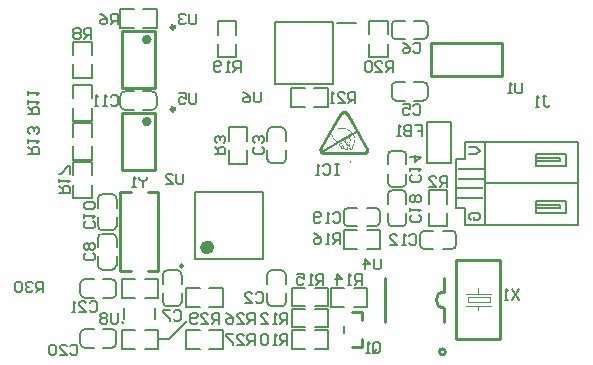
<source format=gbo>
G04*
G04 #@! TF.GenerationSoftware,Altium Limited,Altium Designer,19.0.4 (130)*
G04*
G04 Layer_Color=32896*
%FSLAX25Y25*%
%MOIN*%
G70*
G01*
G75*
%ADD10C,0.00787*%
%ADD11C,0.01000*%
%ADD13C,0.00394*%
%ADD14C,0.00591*%
%ADD39C,0.01181*%
%ADD41C,0.01575*%
%ADD90C,0.00591*%
%ADD91C,0.02362*%
%ADD92C,0.00984*%
%ADD93C,0.00700*%
%ADD94R,0.08900X0.01000*%
G36*
X122977Y83314D02*
X123130Y83292D01*
X123261Y83248D01*
X123349Y83205D01*
X123436Y83161D01*
X123480Y83139D01*
X123502Y83117D01*
X123590Y83073D01*
X123633Y83052D01*
X123830Y82876D01*
X124005Y82680D01*
X124093Y82548D01*
X124136Y82505D01*
Y82483D01*
X130719Y71067D01*
X130741D01*
Y71045D01*
Y71023D01*
X130785Y70935D01*
X130828Y70870D01*
X130850Y70826D01*
Y70804D01*
X130872Y70739D01*
X130894Y70651D01*
X130916Y70586D01*
Y70564D01*
X130938Y70323D01*
Y70104D01*
X130916Y69908D01*
X130872Y69733D01*
X130807Y69580D01*
X130763Y69470D01*
X130741Y69405D01*
X130719Y69383D01*
X130632Y69230D01*
X130610Y69186D01*
X130588Y69164D01*
X130479Y69055D01*
X130435Y69011D01*
X130413Y68989D01*
X130216Y68836D01*
X130019Y68727D01*
X129823Y68639D01*
X129626Y68595D01*
X129473Y68552D01*
X129341Y68530D01*
X116023D01*
X115913Y68552D01*
X115826D01*
X115804Y68574D01*
X115716D01*
X115629Y68595D01*
X115563Y68617D01*
X115541D01*
X115323Y68705D01*
X115126Y68814D01*
X114973Y68945D01*
X114842Y69077D01*
X114732Y69186D01*
X114667Y69295D01*
X114623Y69361D01*
X114601Y69383D01*
X114579D01*
X114535Y69492D01*
X114492Y69558D01*
X114470Y69601D01*
Y69623D01*
X114448Y69711D01*
X114426Y69798D01*
X114404Y69842D01*
Y69864D01*
X114382Y70104D01*
Y70323D01*
X114404Y70542D01*
X114448Y70717D01*
X114514Y70870D01*
X114557Y71001D01*
X114579Y71067D01*
X114601Y71089D01*
X121206Y82527D01*
X121293Y82658D01*
X121315Y82702D01*
X121337Y82723D01*
X121446Y82833D01*
X121490Y82876D01*
X121512Y82898D01*
X121709Y83052D01*
X121884Y83161D01*
X122081Y83248D01*
X122256Y83292D01*
X122409Y83336D01*
X122540Y83358D01*
X122824D01*
X122977Y83314D01*
D02*
G37*
%LPC*%
G36*
X122693Y82242D02*
X122649D01*
Y82220D01*
X122518D01*
X122409Y82177D01*
X122212Y82111D01*
X122081Y82024D01*
X122059Y82002D01*
X122037Y81980D01*
X121993Y81936D01*
X121949Y81914D01*
Y81892D01*
X121906Y81805D01*
X121884Y81783D01*
X121862D01*
X119719Y78065D01*
X120462Y77759D01*
X120703Y77693D01*
X120900Y77650D01*
X120987Y77628D01*
X121381D01*
X121578Y77650D01*
X121971D01*
X122081Y77671D01*
X122343D01*
X122562Y77650D01*
X122758Y77628D01*
X122912Y77606D01*
X123043Y77584D01*
X123152Y77540D01*
X123218Y77518D01*
X123240D01*
X123415Y77453D01*
X123590Y77365D01*
X123918Y77169D01*
X124071Y77081D01*
X124180Y77015D01*
X124246Y76972D01*
X124267Y76950D01*
X124333Y76906D01*
X124443Y76840D01*
X124530Y76775D01*
X124552Y76753D01*
X124574D01*
X124639Y76709D01*
X124661Y76687D01*
X124683D01*
X124749Y76644D01*
X124771Y76622D01*
X124924Y76534D01*
X125033Y76447D01*
X125120Y76403D01*
X125142Y76381D01*
X125274Y76272D01*
X125383Y76184D01*
X125427Y76119D01*
X125449Y76097D01*
X126411Y76644D01*
X123458Y81761D01*
X123371Y81892D01*
X123283Y81980D01*
X123218Y82046D01*
X123196Y82067D01*
X123174D01*
X123152Y82089D01*
X123130Y82111D01*
X122955Y82199D01*
X122802Y82220D01*
X122693Y82242D01*
D02*
G37*
G36*
X119609Y77846D02*
X118341Y75659D01*
X118450Y75572D01*
X118494Y75550D01*
X118516Y75528D01*
X118625Y75397D01*
X118713Y75288D01*
X118778Y75200D01*
X118800Y75156D01*
X118866Y75003D01*
X118909Y74872D01*
X118953Y74741D01*
X118975Y74719D01*
Y74697D01*
X119062Y74500D01*
X119128Y74369D01*
X119150Y74304D01*
X119172Y74282D01*
X119259Y74172D01*
X119281Y74150D01*
X119303Y74129D01*
X119412Y73997D01*
X119434Y73975D01*
X119456Y73954D01*
X119675Y73757D01*
X119872Y73582D01*
X120047Y73451D01*
X120200Y73363D01*
X120331Y73298D01*
X120418Y73254D01*
X120484Y73232D01*
X120506D01*
X125230Y75966D01*
X125142Y76053D01*
X125077Y76119D01*
X125011Y76162D01*
X124989Y76184D01*
X124858Y76272D01*
X124749Y76359D01*
X124661Y76403D01*
X124639Y76425D01*
X124552Y76490D01*
X124486Y76512D01*
X124443Y76534D01*
X124289Y76644D01*
X124202Y76709D01*
X124136Y76731D01*
X124115Y76753D01*
X123918Y76884D01*
X123743Y77015D01*
X123568Y77103D01*
X123436Y77169D01*
X123305Y77234D01*
X123218Y77278D01*
X123174Y77300D01*
X123152D01*
X122824Y77365D01*
X122496Y77409D01*
X121818D01*
X121534Y77387D01*
X121315Y77365D01*
X121074D01*
X120812Y77409D01*
X120593Y77453D01*
X120506Y77496D01*
X120440Y77518D01*
X120397Y77540D01*
X120375D01*
X119609Y77846D01*
D02*
G37*
G36*
X122999Y73822D02*
X122409Y73494D01*
X122540Y73385D01*
X122671Y73276D01*
X122780Y73210D01*
X122802Y73166D01*
X122824D01*
X122868Y73232D01*
X122912Y73319D01*
X122933Y73385D01*
X122955Y73407D01*
X122977Y73451D01*
Y73472D01*
X123021Y73604D01*
Y73647D01*
Y73669D01*
Y73713D01*
X122999Y73757D01*
Y73800D01*
Y73822D01*
D02*
G37*
G36*
X123633Y74194D02*
X123218Y73954D01*
X123240Y73844D01*
X123261Y73735D01*
Y73669D01*
Y73647D01*
X123240Y73538D01*
X123218Y73451D01*
X123196Y73385D01*
Y73363D01*
X123174Y73319D01*
X123108Y73188D01*
X123043Y73079D01*
X123021Y73035D01*
X122999Y73013D01*
X123152Y72882D01*
X123283Y72751D01*
X123371Y72663D01*
X123415Y72619D01*
X123436Y72598D01*
X123458Y72576D01*
X123480Y72554D01*
Y72532D01*
X123568Y72663D01*
X123611Y72773D01*
X123655Y72838D01*
Y72860D01*
X123677Y72904D01*
X123699Y72948D01*
X123721Y73013D01*
Y73035D01*
X123743Y73144D01*
X123765Y73254D01*
Y73341D01*
Y73385D01*
Y73407D01*
Y73451D01*
Y73582D01*
Y73713D01*
Y73757D01*
Y73779D01*
Y73866D01*
X123743Y73954D01*
Y73997D01*
Y74019D01*
X123677Y74150D01*
X123633Y74172D01*
Y74194D01*
D02*
G37*
G36*
X124224Y74522D02*
X123852Y74325D01*
X123940Y74172D01*
X123983Y74107D01*
Y74085D01*
X124005Y73975D01*
Y73888D01*
Y73800D01*
Y73779D01*
Y73625D01*
Y73582D01*
Y73560D01*
Y73451D01*
Y73407D01*
Y73385D01*
Y73210D01*
X123983Y73079D01*
X123961Y73013D01*
Y72991D01*
Y72969D01*
X123940Y72904D01*
Y72882D01*
Y72860D01*
X123918D01*
X123896Y72816D01*
X123874Y72773D01*
Y72751D01*
X123808Y72598D01*
X123721Y72466D01*
X123677Y72379D01*
X123655Y72335D01*
X123765Y72160D01*
X123830Y72029D01*
X123874Y71942D01*
X123896Y71898D01*
X123983Y71942D01*
X124005Y71985D01*
X124027D01*
X124115Y72029D01*
X124158Y72073D01*
X124180Y72095D01*
X124224Y72138D01*
X124246Y72160D01*
X124267D01*
X124311Y72204D01*
X124355Y72226D01*
X124377Y72248D01*
X124399D01*
X124421Y72270D01*
Y72313D01*
Y72488D01*
X124399Y72641D01*
X124377Y72729D01*
Y72773D01*
Y72838D01*
Y72904D01*
X124421Y73101D01*
X124443Y73188D01*
X124464Y73254D01*
X124486Y73298D01*
Y73319D01*
X124530Y73451D01*
X124552Y73560D01*
X124574Y73691D01*
Y73779D01*
Y73800D01*
X124552Y73888D01*
X124486Y73997D01*
X124443Y74085D01*
X124421Y74107D01*
X124311Y74282D01*
X124246Y74413D01*
X124224Y74500D01*
Y74522D01*
D02*
G37*
G36*
X121512Y72357D02*
X121490D01*
X121446Y72313D01*
X121337Y72226D01*
X121271Y72138D01*
X121228Y72117D01*
Y72095D01*
Y72073D01*
X121206D01*
Y72051D01*
X121162Y72007D01*
Y71963D01*
Y71942D01*
Y71920D01*
Y71876D01*
X121184Y71810D01*
X121206Y71745D01*
Y71723D01*
Y71701D01*
X121271Y71657D01*
X121359Y71635D01*
X121468D01*
X121643Y71657D01*
X121774Y71679D01*
X121862Y71701D01*
X121906D01*
X122015Y71767D01*
X122037Y71788D01*
X122059D01*
Y71810D01*
X122037Y71832D01*
Y71854D01*
X121949Y71985D01*
X121862Y72095D01*
X121796Y72160D01*
X121774Y72182D01*
X121709Y72226D01*
X121621Y72291D01*
X121534Y72335D01*
X121512Y72357D01*
D02*
G37*
G36*
X125689Y75397D02*
X124443Y74675D01*
X124464Y74544D01*
X124530Y74391D01*
X124596Y74282D01*
X124618Y74260D01*
Y74238D01*
X124727Y74085D01*
X124792Y73954D01*
X124836Y73866D01*
Y73844D01*
Y73779D01*
X124814Y73669D01*
X124771Y73472D01*
X124749Y73385D01*
X124727Y73298D01*
X124705Y73254D01*
Y73232D01*
X124661Y73123D01*
X124639Y73035D01*
X124618Y72904D01*
Y72860D01*
Y72838D01*
X124661Y72641D01*
Y72488D01*
Y72357D01*
Y72335D01*
Y72313D01*
Y72248D01*
Y72226D01*
X124639Y72182D01*
Y72160D01*
X124618Y72095D01*
Y72051D01*
X124596Y72029D01*
X124574Y71942D01*
Y71898D01*
X124552Y71876D01*
X124486Y71657D01*
X124443Y71482D01*
X124399Y71329D01*
Y71220D01*
X124377Y71154D01*
Y71110D01*
Y71067D01*
X124421Y70914D01*
X124486Y70804D01*
X124552Y70717D01*
X124574Y70695D01*
X124618Y70673D01*
X124639Y70651D01*
Y70673D01*
Y70717D01*
Y70739D01*
Y70761D01*
Y70848D01*
Y70892D01*
X124705Y71045D01*
X124727Y71089D01*
X124749Y71110D01*
X124792Y71154D01*
X124814Y71198D01*
X124902Y71307D01*
X124967Y71395D01*
X125055Y71438D01*
X125142Y71482D01*
X125274Y71526D01*
X125405D01*
X125427Y71504D01*
X125470D01*
X125514Y71592D01*
X125536Y71679D01*
X125558Y71767D01*
X125580Y71788D01*
X125645Y71942D01*
X125711Y72073D01*
X125733Y72160D01*
X125755Y72204D01*
X125798Y72379D01*
X125820Y72532D01*
X125842Y72685D01*
Y72707D01*
Y72729D01*
X125886Y73013D01*
X125930Y73210D01*
X125952Y73319D01*
Y73363D01*
Y73385D01*
X125973Y73451D01*
X125995Y73516D01*
X126017Y73582D01*
Y73604D01*
X126061Y73779D01*
X126105Y73932D01*
Y74041D01*
X126127Y74150D01*
Y74216D01*
X126105Y74260D01*
Y74304D01*
X126061Y74413D01*
X126017Y74566D01*
X125952Y74697D01*
X125930Y74719D01*
Y74741D01*
X125798Y75003D01*
X125733Y75222D01*
X125689Y75353D01*
Y75375D01*
Y75397D01*
D02*
G37*
G36*
X122168Y73363D02*
X121271Y72838D01*
X121381Y72751D01*
X121490Y72663D01*
X121599Y72576D01*
X121621Y72554D01*
X121643D01*
X121774Y72466D01*
X121862Y72401D01*
X121906Y72357D01*
X121927D01*
X122059Y72226D01*
X122168Y72095D01*
X122234Y72007D01*
X122256Y71985D01*
Y71963D01*
X122299Y71876D01*
X122321Y71788D01*
X122343Y71767D01*
Y71745D01*
X122365Y71679D01*
X122387Y71657D01*
Y71635D01*
X122518Y71679D01*
X122583D01*
X122671Y71701D01*
X122693Y71723D01*
X122999D01*
X123130Y71701D01*
X123174D01*
X123218Y71679D01*
X123240D01*
X123261Y71657D01*
X123327D01*
X123349Y71635D01*
X123371D01*
X123502Y71570D01*
X123611Y71504D01*
X123677Y71460D01*
X123699Y71438D01*
X123721Y71417D01*
X123743Y71373D01*
X123762Y71354D01*
X123765Y71329D01*
Y71351D01*
X123762Y71354D01*
X123743Y71526D01*
X123677Y71723D01*
X123590Y71920D01*
X123480Y72095D01*
X123393Y72248D01*
X123305Y72357D01*
X123240Y72444D01*
X123218Y72466D01*
X123043Y72663D01*
X122868Y72816D01*
X122737Y72926D01*
X122715Y72969D01*
X122693D01*
X122474Y73123D01*
X122321Y73254D01*
X122212Y73341D01*
X122168Y73363D01*
D02*
G37*
G36*
X122146Y71548D02*
X122102Y71526D01*
X122037Y71504D01*
X121993Y71482D01*
X121971D01*
X121949Y71460D01*
X121906D01*
X121884Y71438D01*
X121862D01*
X121796Y71329D01*
Y71242D01*
Y71176D01*
Y71154D01*
Y71110D01*
X121818Y71089D01*
Y71045D01*
X121840Y71023D01*
X121862D01*
X121927Y70979D01*
X121993Y70957D01*
X122081D01*
X122190Y70979D01*
X122277Y71001D01*
X122321Y71023D01*
X122343Y71045D01*
X122256Y71198D01*
X122212Y71329D01*
X122168Y71417D01*
Y71438D01*
X122146Y71526D01*
Y71548D01*
D02*
G37*
G36*
X122780Y71614D02*
X122715D01*
X122583Y71570D01*
X122474Y71548D01*
X122431Y71526D01*
X122409Y71504D01*
X122452Y71373D01*
X122518Y71242D01*
X122605Y71132D01*
X122627Y71110D01*
Y71089D01*
X122758Y70914D01*
X122846Y70826D01*
X122912Y70761D01*
X122933Y70739D01*
X122999Y70695D01*
X123043Y70673D01*
X123087Y70651D01*
X123174Y70608D01*
X123436D01*
X123524Y70629D01*
X123568Y70651D01*
X123611Y70673D01*
X123677Y70761D01*
X123721Y70870D01*
X123765Y70957D01*
Y71001D01*
X123743Y71110D01*
X123721Y71132D01*
X123677Y71242D01*
X123633Y71307D01*
X123611Y71351D01*
X123524Y71417D01*
X123436Y71482D01*
X123371Y71504D01*
X123349Y71526D01*
X123305D01*
X123283Y71548D01*
X123196D01*
X123108Y71570D01*
X122999Y71592D01*
X122912D01*
X122780Y71614D01*
D02*
G37*
G36*
X125339Y71417D02*
X125230D01*
X125164Y71373D01*
X125033Y71285D01*
X124945Y71198D01*
X124924Y71176D01*
Y71154D01*
X124902Y71110D01*
X124880Y71089D01*
X124858Y71067D01*
Y71045D01*
X124792Y70914D01*
X124771Y70870D01*
Y70848D01*
X124749Y70826D01*
Y70804D01*
Y70782D01*
Y70761D01*
Y70695D01*
X124771Y70673D01*
Y70651D01*
Y70608D01*
Y70586D01*
X124792Y70564D01*
X124880D01*
X124989Y70608D01*
X125077Y70651D01*
X125120Y70695D01*
X125142Y70717D01*
X125186Y70782D01*
X125230Y70870D01*
X125317Y71067D01*
X125339Y71154D01*
X125383Y71242D01*
X125405Y71285D01*
Y71307D01*
X125427Y71395D01*
X125405D01*
X125339Y71417D01*
D02*
G37*
G36*
X126783Y76009D02*
X125930Y75528D01*
X125973Y75309D01*
X126039Y75069D01*
X126083Y74981D01*
X126127Y74894D01*
X126148Y74850D01*
Y74828D01*
X126236Y74632D01*
X126301Y74478D01*
X126345Y74391D01*
Y74369D01*
X126367Y74260D01*
Y74129D01*
X126323Y73866D01*
X126301Y73735D01*
X126280Y73625D01*
X126258Y73560D01*
Y73538D01*
X126236Y73451D01*
X126214Y73363D01*
X126192Y73341D01*
Y73319D01*
Y73298D01*
X126148Y73123D01*
X126127Y72926D01*
X126105Y72838D01*
X126083Y72773D01*
Y72729D01*
Y72707D01*
X126061Y72554D01*
X126039Y72423D01*
Y72335D01*
X126017Y72248D01*
X125973Y72138D01*
Y72117D01*
X125930Y71985D01*
X125886Y71854D01*
X125842Y71723D01*
X125820Y71701D01*
Y71679D01*
X125777Y71570D01*
X125733Y71504D01*
X125689Y71395D01*
X125667Y71351D01*
Y71329D01*
Y71307D01*
X125645Y71285D01*
Y71264D01*
Y71242D01*
X125580Y71067D01*
X125514Y70914D01*
X125470Y70804D01*
X125405Y70717D01*
X125383Y70651D01*
X125339Y70608D01*
X125317Y70564D01*
X125186Y70433D01*
X125033Y70367D01*
X124945Y70323D01*
X124814D01*
X124727Y70345D01*
X124661Y70367D01*
X124639D01*
X124486Y70454D01*
X124443Y70476D01*
X124421Y70498D01*
X124333Y70586D01*
X124267Y70673D01*
X124180Y70848D01*
X124136Y71001D01*
Y71023D01*
Y71045D01*
Y71132D01*
X124158Y71264D01*
X124202Y71526D01*
X124224Y71657D01*
X124267Y71767D01*
X124289Y71832D01*
Y71854D01*
X124202Y71810D01*
X124180Y71788D01*
X124158Y71767D01*
X124049Y71701D01*
X124005Y71657D01*
X123983Y71635D01*
X124005Y71504D01*
X124027Y71395D01*
Y71307D01*
Y71285D01*
Y71264D01*
Y71242D01*
Y71220D01*
X124005Y71045D01*
X123983Y70914D01*
X123940Y70782D01*
X123896Y70673D01*
X123852Y70608D01*
X123808Y70542D01*
X123765Y70520D01*
Y70498D01*
X123677Y70433D01*
X123568Y70389D01*
X123480Y70367D01*
X123196D01*
X123043Y70411D01*
X122999Y70433D01*
X122977D01*
X122890Y70476D01*
X122824Y70498D01*
X122802Y70542D01*
X122780D01*
X122671Y70629D01*
X122583Y70739D01*
X122518Y70826D01*
X122496Y70848D01*
X122365Y70761D01*
X122234Y70717D01*
X122146Y70695D01*
X122102D01*
X121927Y70717D01*
X121796Y70761D01*
X121709Y70826D01*
X121687Y70848D01*
X121665Y70870D01*
X121643Y70892D01*
X121599Y70935D01*
X121578Y70979D01*
X121556Y71045D01*
Y71067D01*
Y71089D01*
X121534Y71198D01*
Y71307D01*
X121556Y71373D01*
Y71395D01*
X121446D01*
X121249Y71417D01*
X121118Y71482D01*
X121031Y71526D01*
X121009Y71548D01*
X120987Y71614D01*
X120965Y71635D01*
X120943Y71745D01*
X120921Y71832D01*
X120900Y71898D01*
Y71920D01*
X120921Y72029D01*
X120943Y72138D01*
X120987Y72204D01*
X121009Y72226D01*
X121031Y72248D01*
X121140Y72357D01*
X121228Y72444D01*
X121271Y72466D01*
X121293Y72488D01*
X121206Y72576D01*
X121118Y72641D01*
X121074Y72685D01*
X121053Y72707D01*
X115869Y69711D01*
X116023Y69623D01*
X116088Y69580D01*
X116176D01*
X116219Y69558D01*
X116373D01*
Y69536D01*
X128926D01*
X129057Y69558D01*
X129188Y69580D01*
X129385Y69667D01*
X129516Y69733D01*
X129538Y69776D01*
X129560D01*
X129626Y69864D01*
X129648Y69886D01*
X129691Y69951D01*
X129713Y69995D01*
X129735D01*
X129823Y70214D01*
X129844Y70411D01*
Y70498D01*
X129823Y70564D01*
Y70608D01*
Y70629D01*
X129801Y70739D01*
X129779Y70761D01*
X129757Y70848D01*
X129735Y70870D01*
Y70892D01*
Y70914D01*
X126783Y76009D01*
D02*
G37*
G36*
X118231Y75463D02*
X118210D01*
X115607Y70935D01*
Y70914D01*
X115541Y70782D01*
X115498Y70673D01*
X115476Y70586D01*
Y70542D01*
Y70476D01*
Y70454D01*
Y70367D01*
Y70323D01*
X120222Y73079D01*
X120069Y73166D01*
X119894Y73276D01*
X119587Y73494D01*
X119478Y73604D01*
X119369Y73691D01*
X119303Y73757D01*
X119281Y73779D01*
X119172Y73910D01*
X119128Y73954D01*
X119106Y73975D01*
X119019Y74085D01*
X118975Y74129D01*
Y74150D01*
X118887Y74282D01*
X118822Y74435D01*
X118778Y74566D01*
X118756Y74588D01*
Y74610D01*
X118691Y74806D01*
X118625Y74938D01*
X118603Y75003D01*
X118581Y75025D01*
X118494Y75178D01*
X118406Y75266D01*
X118363Y75331D01*
X118341Y75353D01*
X118253Y75419D01*
X118231Y75463D01*
D02*
G37*
%LPD*%
D10*
X158405Y37181D02*
G03*
X159980Y38756I-0J1575D01*
G01*
X159980Y41827D02*
G03*
X158405Y43402I-1575J0D01*
G01*
X149469Y43402D02*
G03*
X147894Y41827I0J-1575D01*
G01*
Y38756D02*
G03*
X149469Y37181I1575J0D01*
G01*
X143394Y55335D02*
G03*
X141819Y56910I-1575J-0D01*
G01*
X138748Y56910D02*
G03*
X137173Y55335I0J-1575D01*
G01*
X137173Y46398D02*
G03*
X138748Y44823I1575J0D01*
G01*
X141819D02*
G03*
X143394Y46398I0J1575D01*
G01*
X124035Y51032D02*
G03*
X122461Y49457I0J-1575D01*
G01*
X122461Y46386D02*
G03*
X124035Y44811I1575J0D01*
G01*
X132973Y44811D02*
G03*
X134547Y46386I-0J1575D01*
G01*
Y49457D02*
G03*
X132973Y51032I-1575J0D01*
G01*
X60122Y88276D02*
G03*
X58547Y89850I-1575J0D01*
G01*
Y83630D02*
G03*
X60122Y85205I-0J1575D01*
G01*
X48035Y85205D02*
G03*
X49610Y83630I1575J0D01*
G01*
X49610Y89850D02*
G03*
X48035Y88276I0J-1575D01*
G01*
X143394Y68453D02*
G03*
X141819Y70028I-1575J-0D01*
G01*
X138748Y70028D02*
G03*
X137173Y68453I0J-1575D01*
G01*
X137173Y59516D02*
G03*
X138748Y57941I1575J0D01*
G01*
X141819D02*
G03*
X143394Y59516I0J1575D01*
G01*
X124752Y66398D02*
G03*
X124752Y66398I-106J0D01*
G01*
X40528Y31941D02*
G03*
X42102Y30366I1575J0D01*
G01*
X45173Y30366D02*
G03*
X46748Y31941I0J1575D01*
G01*
X46748Y40878D02*
G03*
X45173Y42453I-1575J-0D01*
G01*
X42102D02*
G03*
X40528Y40878I0J-1575D01*
G01*
X98590Y30224D02*
G03*
X97016Y28650I0J-1575D01*
G01*
X103236D02*
G03*
X101661Y30224I-1575J-0D01*
G01*
X101661Y18138D02*
G03*
X103236Y19713I0J1575D01*
G01*
X97016Y19713D02*
G03*
X98590Y18138I1575J0D01*
G01*
X34650Y22559D02*
G03*
X36224Y20984I1575J0D01*
G01*
Y27205D02*
G03*
X34650Y25630I0J-1575D01*
G01*
X46736Y25630D02*
G03*
X45161Y27205I-1575J0D01*
G01*
X45161Y20984D02*
G03*
X46736Y22559I-0J1575D01*
G01*
X34650Y5961D02*
G03*
X36224Y4386I1575J0D01*
G01*
Y10606D02*
G03*
X34650Y9031I0J-1575D01*
G01*
X46736Y9031D02*
G03*
X45161Y10606I-1575J0D01*
G01*
X45161Y4386D02*
G03*
X46736Y5961I-0J1575D01*
G01*
X103236Y76303D02*
G03*
X101661Y77878I-1575J-0D01*
G01*
X98590Y77878D02*
G03*
X97016Y76303I0J-1575D01*
G01*
X97016Y67366D02*
G03*
X98590Y65791I1575J0D01*
G01*
X101661D02*
G03*
X103236Y67366I0J1575D01*
G01*
X138437Y88315D02*
G03*
X140012Y86740I1575J0D01*
G01*
Y92961D02*
G03*
X138437Y91386I0J-1575D01*
G01*
X150524Y91386D02*
G03*
X148949Y92961I-1575J0D01*
G01*
X148949Y86740D02*
G03*
X150524Y88315I-0J1575D01*
G01*
X138437Y108764D02*
G03*
X140012Y107189I1575J0D01*
G01*
Y113409D02*
G03*
X138437Y111835I0J-1575D01*
G01*
X150524Y111835D02*
G03*
X148949Y113409I-1575J0D01*
G01*
X148949Y107189D02*
G03*
X150524Y108764I-0J1575D01*
G01*
X62213Y19713D02*
G03*
X63787Y18138I1575J0D01*
G01*
X66858Y18138D02*
G03*
X68433Y19713I0J1575D01*
G01*
X68433Y28650D02*
G03*
X66858Y30224I-1575J-0D01*
G01*
X63787D02*
G03*
X62213Y28650I0J-1575D01*
G01*
X45173Y43484D02*
G03*
X46748Y45059I0J1575D01*
G01*
X40528D02*
G03*
X42102Y43484I1575J0D01*
G01*
X42102Y55571D02*
G03*
X40528Y53996I0J-1575D01*
G01*
X46748Y53996D02*
G03*
X45173Y55571I-1575J-0D01*
G01*
X60658Y7228D02*
X64252D01*
X60658D02*
X61039D01*
X60658D02*
X60882D01*
X64252D02*
X70292Y13268D01*
X77606Y24260D02*
X82075D01*
X69988Y18039D02*
Y24260D01*
X82075Y18039D02*
Y24260D01*
X69988D02*
X74457D01*
X77606Y18039D02*
X82075D01*
X69988D02*
X74457D01*
X69988Y4118D02*
X74457D01*
X82075D02*
Y10339D01*
X69988Y4118D02*
Y10339D01*
X77606Y4118D02*
X82075D01*
X69988Y10339D02*
X74457D01*
X77606D02*
X82075D01*
X149469Y37181D02*
X152362D01*
X159980Y38756D02*
Y41827D01*
X147894Y38756D02*
Y41827D01*
X155512Y37181D02*
X158405D01*
X155512Y43402D02*
X158405D01*
X149469Y43402D02*
X152362D01*
X112811Y24394D02*
X117280D01*
X105193D02*
X109661D01*
X112811Y18173D02*
X117280D01*
X105193D02*
Y24394D01*
X117280Y18173D02*
Y24394D01*
X105193Y18173D02*
X109661D01*
X118177Y18039D02*
X122646D01*
X125795D02*
X130264D01*
X118177Y24260D02*
X122646D01*
X130264Y18039D02*
Y24260D01*
X118177Y18039D02*
Y24260D01*
X125795D02*
X130264D01*
X122417Y9260D02*
Y11622D01*
X105193Y4118D02*
X109661D01*
X112811D02*
X117280D01*
X105193Y10339D02*
X109661D01*
X117280Y4118D02*
Y10339D01*
X105193Y4118D02*
Y10339D01*
X112811D02*
X117280D01*
X112811Y17366D02*
X117280D01*
X105193D02*
X109661D01*
X112811Y11146D02*
X117280D01*
X105193D02*
Y17366D01*
X117280Y11146D02*
Y17366D01*
X105193Y11146D02*
X109661D01*
X130079Y43591D02*
X134547D01*
X122461Y37370D02*
Y43591D01*
X134547Y37370D02*
Y43591D01*
X122461D02*
X126929D01*
X130079Y37370D02*
X134547D01*
X122461D02*
X126929D01*
X120161Y112654D02*
X126657D01*
X118783Y92201D02*
Y112791D01*
X99689Y92201D02*
X118783D01*
X99689D02*
Y112791D01*
X118783D01*
X150827Y52441D02*
Y56910D01*
Y44823D02*
Y49291D01*
X157047Y52441D02*
Y56910D01*
X150827Y44823D02*
X157047D01*
X150827Y56910D02*
X157047D01*
Y44823D02*
Y49291D01*
X143394Y46398D02*
Y49291D01*
X138748Y56910D02*
X141819D01*
X138748Y44823D02*
X141819D01*
X143394Y52441D02*
Y55335D01*
X137173Y52441D02*
Y55335D01*
X137173Y46398D02*
Y49291D01*
X130079Y51032D02*
X132973D01*
X122461Y46386D02*
Y49457D01*
X134547Y46386D02*
Y49457D01*
X124035Y51032D02*
X126929D01*
X124035Y44811D02*
X126929D01*
X130079Y44811D02*
X132973D01*
X150130Y65835D02*
Y79772D01*
Y65835D02*
X158280D01*
X150130Y79772D02*
X158280D01*
Y65835D02*
Y79772D01*
X48035Y110937D02*
X52504D01*
X55654D02*
X60122D01*
X48035Y117157D02*
X52504D01*
X60122Y110937D02*
Y117157D01*
X48035Y110937D02*
Y117157D01*
X55654D02*
X60122D01*
X38449Y79894D02*
Y84362D01*
X32228Y91980D02*
X38449D01*
X32228Y79894D02*
X38449D01*
Y87512D02*
Y91980D01*
X32228Y79894D02*
Y84362D01*
Y87512D02*
Y91980D01*
X55654Y83630D02*
X58547D01*
X49610Y83630D02*
X52504D01*
X49610Y89850D02*
X52504D01*
X60122Y85205D02*
Y88276D01*
X48035Y85205D02*
Y88276D01*
X55654Y89850D02*
X58547D01*
X32228Y74661D02*
Y79130D01*
Y67043D02*
Y71512D01*
X38449Y74661D02*
Y79130D01*
X32228Y67043D02*
X38449D01*
X32228Y79130D02*
X38449D01*
Y67043D02*
Y71512D01*
X32228Y101969D02*
Y106437D01*
Y94350D02*
Y98819D01*
X38449Y101969D02*
Y106437D01*
X32228Y94350D02*
X38449D01*
X32228Y106437D02*
X38449D01*
Y94350D02*
Y98819D01*
X143394Y59516D02*
Y62410D01*
X138748Y70028D02*
X141819D01*
X138748Y57941D02*
X141819D01*
X143394Y65559D02*
Y68453D01*
X137173Y65559D02*
Y68453D01*
X137173Y59516D02*
Y62410D01*
X40528Y37984D02*
Y40878D01*
X42102Y30366D02*
X45173D01*
X42102Y42453D02*
X45173D01*
X40528Y31941D02*
Y34835D01*
X46748Y31941D02*
Y34835D01*
X46748Y37984D02*
Y40878D01*
X90386Y65705D02*
Y70173D01*
Y73323D02*
Y77791D01*
X84165Y65705D02*
Y70173D01*
Y77791D02*
X90386D01*
X84165Y65705D02*
X90386D01*
X84165Y73323D02*
Y77791D01*
X103236Y25756D02*
Y28650D01*
X103236Y19713D02*
Y22606D01*
X97016Y19713D02*
Y22606D01*
X98590Y30224D02*
X101661D01*
X98590Y18138D02*
X101661D01*
X97016Y25756D02*
Y28650D01*
X56189Y27205D02*
X60657D01*
X48571D02*
X53039D01*
X56189Y20984D02*
X60657D01*
X48571D02*
Y27205D01*
X60657Y20984D02*
Y27205D01*
X48571Y20984D02*
X53039D01*
X36224Y27205D02*
X39118D01*
X42268Y27205D02*
X45161D01*
X42268Y20984D02*
X45161D01*
X34650Y22559D02*
Y25630D01*
X46736Y22559D02*
Y25630D01*
X36224Y20984D02*
X39118D01*
X36224Y10606D02*
X39118D01*
X42268Y10606D02*
X45161D01*
X42268Y4386D02*
X45161D01*
X34650Y5961D02*
Y9031D01*
X46736Y5961D02*
Y9031D01*
X36224Y4386D02*
X39118D01*
X56189Y10339D02*
X60658D01*
X48571D02*
X53039D01*
X56189Y4118D02*
X60658D01*
X48571D02*
Y10339D01*
X60658Y4118D02*
Y10339D01*
X48571Y4118D02*
X53039D01*
X169444Y59165D02*
X200344D01*
X169430Y45442D02*
Y72804D01*
X103236Y67366D02*
Y70260D01*
X98590Y77878D02*
X101661D01*
X98590Y65791D02*
X101661D01*
X103236Y73409D02*
Y76303D01*
X97016Y73409D02*
Y76303D01*
X97016Y67366D02*
Y70260D01*
X140012Y92961D02*
X142905D01*
X146055Y92961D02*
X148949D01*
X146055Y86740D02*
X148949D01*
X138437Y88315D02*
Y91386D01*
X150524Y88315D02*
Y91386D01*
X140012Y86740D02*
X142905D01*
X140012Y113409D02*
X142905D01*
X146055Y113409D02*
X148949D01*
X146055Y107189D02*
X148949D01*
X138437Y108764D02*
Y111835D01*
X150524Y108764D02*
Y111835D01*
X140012Y107189D02*
X142905D01*
X62213Y25756D02*
Y28650D01*
X63787Y18138D02*
X66858D01*
X63787Y30224D02*
X66858D01*
X62213Y19713D02*
Y22606D01*
X68433Y19713D02*
Y22606D01*
X68433Y25756D02*
Y28650D01*
X40528Y45059D02*
Y47953D01*
X40528Y51102D02*
Y53996D01*
X46748Y51102D02*
Y53996D01*
X42102Y43484D02*
X45173D01*
X42102Y55571D02*
X45173D01*
X46748Y45059D02*
Y47953D01*
X73022Y56330D02*
X95463D01*
X73022Y33889D02*
X95463D01*
Y56330D01*
X73022Y33889D02*
Y56330D01*
X32228Y61811D02*
Y66280D01*
Y54193D02*
Y58661D01*
X38449Y61811D02*
Y66280D01*
X32228Y54193D02*
X38449D01*
X32228Y66280D02*
X38449D01*
Y54193D02*
Y58661D01*
X80417Y108748D02*
Y113216D01*
Y101130D02*
X86638D01*
X80417Y113216D02*
X86638D01*
X80417Y101130D02*
Y105598D01*
X86638Y108748D02*
Y113216D01*
Y101130D02*
Y105598D01*
X130955Y108929D02*
Y113398D01*
Y101311D02*
Y105780D01*
X137176Y108929D02*
Y113398D01*
X130955Y101311D02*
X137176D01*
X130955Y113398D02*
X137176D01*
Y101311D02*
Y105780D01*
X112677Y90921D02*
X117146D01*
X105059Y84701D02*
Y90921D01*
X117146Y84701D02*
Y90921D01*
X105059D02*
X109528D01*
X112677Y84701D02*
X117146D01*
X105059D02*
X109528D01*
D11*
X156003Y22981D02*
G03*
X156003Y17581I0J-2700D01*
G01*
X156361Y3024D02*
G03*
X156361Y3024I-1000J0D01*
G01*
X136307Y12846D02*
Y27558D01*
X155992Y12879D02*
X156003Y17581D01*
X155992Y27604D02*
X156003Y22981D01*
X128520Y4693D02*
Y7291D01*
X125311Y4693D02*
X128520D01*
X125311Y16189D02*
X128520D01*
Y13590D02*
Y16189D01*
Y13590D02*
Y16189D01*
Y13590D02*
Y16189D01*
X170027Y7367D02*
X174555D01*
Y33547D01*
X170027D02*
X174555D01*
X159988D02*
X164515D01*
X159988Y7367D02*
Y33547D01*
Y7367D02*
X164515D01*
X164515Y7366D02*
X170027D01*
X164515Y33547D02*
X170027D01*
X48567Y90945D02*
X59591D01*
X48567Y109843D02*
X59591D01*
X48567Y90945D02*
Y109843D01*
X59591Y90945D02*
Y109843D01*
X151496Y94882D02*
X175118D01*
Y105905D01*
X151496D02*
X175118D01*
X151496Y94882D02*
Y105905D01*
X60646Y30012D02*
X60646Y56193D01*
X57102Y30012D02*
X60646D01*
X57102Y56193D02*
X60646D01*
X48047Y30012D02*
X51591D01*
X48047Y56193D02*
X51591D01*
X48047Y30012D02*
X48047Y56193D01*
X48567Y63638D02*
X59591D01*
X48567Y82535D02*
X59591D01*
X48567Y63638D02*
Y82535D01*
X59591Y63638D02*
Y82535D01*
D13*
X167308Y16845D02*
Y18026D01*
X163371Y18420D02*
X171639D01*
X163765Y21176D02*
X171245D01*
Y19601D02*
Y21176D01*
X163765Y19601D02*
X171245D01*
X163765D02*
Y21176D01*
X163371Y22357D02*
X171639D01*
X167271Y22757D02*
Y24157D01*
D14*
X164202Y71165D02*
X166563D01*
X167744Y69985D01*
X166563Y68804D01*
X164202D01*
X164792Y46904D02*
X164202Y47494D01*
Y48675D01*
X164792Y49265D01*
X167154D01*
X167744Y48675D01*
Y47494D01*
X167154Y46904D01*
X165973D01*
Y48085D01*
X92764Y12449D02*
Y15991D01*
X90993D01*
X90402Y15401D01*
Y14220D01*
X90993Y13630D01*
X92764D01*
X91583D02*
X90402Y12449D01*
X86860D02*
X89222D01*
X86860Y14810D01*
Y15401D01*
X87450Y15991D01*
X88631D01*
X89222Y15401D01*
X83318Y15991D02*
X84499Y15401D01*
X85680Y14220D01*
Y13039D01*
X85089Y12449D01*
X83908D01*
X83318Y13039D01*
Y13630D01*
X83908Y14220D01*
X85680D01*
X92764Y5354D02*
Y8896D01*
X90993D01*
X90402Y8306D01*
Y7125D01*
X90993Y6535D01*
X92764D01*
X91583D02*
X90402Y5354D01*
X86860D02*
X89222D01*
X86860Y7716D01*
Y8306D01*
X87450Y8896D01*
X88631D01*
X89222Y8306D01*
X85680Y8896D02*
X83318D01*
Y8306D01*
X85680Y5945D01*
Y5354D01*
X144347Y41708D02*
X144938Y42298D01*
X146118D01*
X146709Y41708D01*
Y39346D01*
X146118Y38756D01*
X144938D01*
X144347Y39346D01*
X143166Y38756D02*
X141986D01*
X142576D01*
Y42298D01*
X143166Y41708D01*
X137853Y38756D02*
X140215D01*
X137853Y41117D01*
Y41708D01*
X138444Y42298D01*
X139624D01*
X140215Y41708D01*
X180842Y23823D02*
X178481Y20281D01*
Y23823D02*
X180842Y20281D01*
X177300D02*
X176120D01*
X176710D01*
Y23823D01*
X177300Y23233D01*
X134929Y34062D02*
Y31110D01*
X134339Y30520D01*
X133158D01*
X132568Y31110D01*
Y34062D01*
X129616Y30520D02*
Y34062D01*
X131387Y32291D01*
X129025D01*
X115654Y25433D02*
Y28975D01*
X113883D01*
X113292Y28385D01*
Y27204D01*
X113883Y26614D01*
X115654D01*
X114473D02*
X113292Y25433D01*
X112111D02*
X110931D01*
X111521D01*
Y28975D01*
X112111Y28385D01*
X106798Y28975D02*
X109160D01*
Y27204D01*
X107979Y27795D01*
X107388D01*
X106798Y27204D01*
Y26023D01*
X107388Y25433D01*
X108569D01*
X109160Y26023D01*
X121276Y39087D02*
Y42629D01*
X119504D01*
X118914Y42038D01*
Y40858D01*
X119504Y40267D01*
X121276D01*
X120095D02*
X118914Y39087D01*
X117733D02*
X116553D01*
X117143D01*
Y42629D01*
X117733Y42038D01*
X112420Y42629D02*
X113601Y42038D01*
X114782Y40858D01*
Y39677D01*
X114191Y39087D01*
X113011D01*
X112420Y39677D01*
Y40267D01*
X113011Y40858D01*
X114782D01*
X128504Y25433D02*
Y28975D01*
X126733D01*
X126143Y28385D01*
Y27204D01*
X126733Y26614D01*
X128504D01*
X127323D02*
X126143Y25433D01*
X124962D02*
X123781D01*
X124371D01*
Y28975D01*
X124962Y28385D01*
X120239Y25433D02*
Y28975D01*
X122010Y27204D01*
X119649D01*
X103740Y12449D02*
Y15991D01*
X101969D01*
X101379Y15401D01*
Y14220D01*
X101969Y13630D01*
X103740D01*
X102559D02*
X101379Y12449D01*
X100198D02*
X99017D01*
X99608D01*
Y15991D01*
X100198Y15401D01*
X94885Y12449D02*
X97246D01*
X94885Y14810D01*
Y15401D01*
X95475Y15991D01*
X96656D01*
X97246Y15401D01*
X103740Y5354D02*
Y8896D01*
X101969D01*
X101379Y8306D01*
Y7125D01*
X101969Y6535D01*
X103740D01*
X102559D02*
X101379Y5354D01*
X100198D02*
X99017D01*
X99608D01*
Y8896D01*
X100198Y8306D01*
X97246D02*
X96656Y8896D01*
X95475D01*
X94885Y8306D01*
Y5945D01*
X95475Y5354D01*
X96656D01*
X97246Y5945D01*
Y8306D01*
X132300Y3268D02*
Y5629D01*
X132890Y6219D01*
X134071D01*
X134661Y5629D01*
Y3268D01*
X134071Y2677D01*
X132890D01*
X133481Y3858D02*
X132300Y2677D01*
X132890D02*
X132300Y3268D01*
X131119Y2677D02*
X129938D01*
X130529D01*
Y6219D01*
X131119Y5629D01*
X94906Y89707D02*
Y86756D01*
X94315Y86165D01*
X93134D01*
X92544Y86756D01*
Y89707D01*
X89002D02*
X90183Y89117D01*
X91363Y87936D01*
Y86756D01*
X90773Y86165D01*
X89592D01*
X89002Y86756D01*
Y87346D01*
X89592Y87936D01*
X91363D01*
X47252Y15991D02*
Y13039D01*
X46662Y12449D01*
X45481D01*
X44890Y13039D01*
Y15991D01*
X43710Y15401D02*
X43119Y15991D01*
X41939D01*
X41348Y15401D01*
Y14810D01*
X41939Y14220D01*
X41348Y13630D01*
Y13039D01*
X41939Y12449D01*
X43119D01*
X43710Y13039D01*
Y13630D01*
X43119Y14220D01*
X43710Y14810D01*
Y15401D01*
X43119Y14220D02*
X41939D01*
X73354Y115715D02*
Y112764D01*
X72764Y112173D01*
X71583D01*
X70993Y112764D01*
Y115715D01*
X69812Y115125D02*
X69222Y115715D01*
X68041D01*
X67451Y115125D01*
Y114535D01*
X68041Y113944D01*
X68631D01*
X68041D01*
X67451Y113354D01*
Y112764D01*
X68041Y112173D01*
X69222D01*
X69812Y112764D01*
X22354Y22890D02*
Y26432D01*
X20583D01*
X19993Y25842D01*
Y24661D01*
X20583Y24070D01*
X22354D01*
X21174D02*
X19993Y22890D01*
X18812Y25842D02*
X18222Y26432D01*
X17041D01*
X16451Y25842D01*
Y25251D01*
X17041Y24661D01*
X17631D01*
X17041D01*
X16451Y24070D01*
Y23480D01*
X17041Y22890D01*
X18222D01*
X18812Y23480D01*
X15270Y25842D02*
X14680Y26432D01*
X13499D01*
X12909Y25842D01*
Y23480D01*
X13499Y22890D01*
X14680D01*
X15270Y23480D01*
Y25842D01*
X80850Y12449D02*
Y15991D01*
X79079D01*
X78489Y15401D01*
Y14220D01*
X79079Y13630D01*
X80850D01*
X79670D02*
X78489Y12449D01*
X74947D02*
X77308D01*
X74947Y14810D01*
Y15401D01*
X75537Y15991D01*
X76718D01*
X77308Y15401D01*
X73766Y13039D02*
X73176Y12449D01*
X71995D01*
X71405Y13039D01*
Y15401D01*
X71995Y15991D01*
X73176D01*
X73766Y15401D01*
Y14810D01*
X73176Y14220D01*
X71405D01*
X47118Y112173D02*
Y115715D01*
X45347D01*
X44757Y115125D01*
Y113944D01*
X45347Y113354D01*
X47118D01*
X45937D02*
X44757Y112173D01*
X41214Y115715D02*
X42395Y115125D01*
X43576Y113944D01*
Y112764D01*
X42986Y112173D01*
X41805D01*
X41214Y112764D01*
Y113354D01*
X41805Y113944D01*
X43576D01*
X146221Y78503D02*
X148583D01*
Y76732D01*
X147402D01*
X148583D01*
Y74961D01*
X145041Y78503D02*
Y74961D01*
X143269D01*
X142679Y75551D01*
Y76141D01*
X143269Y76732D01*
X145041D01*
X143269D01*
X142679Y77322D01*
Y77912D01*
X143269Y78503D01*
X145041D01*
X141498Y74961D02*
X140318D01*
X140908D01*
Y78503D01*
X141498Y77912D01*
X37796Y19283D02*
X38386Y19873D01*
X39567D01*
X40157Y19283D01*
Y16921D01*
X39567Y16331D01*
X38386D01*
X37796Y16921D01*
X34254Y16331D02*
X36615D01*
X34254Y18692D01*
Y19283D01*
X34844Y19873D01*
X36025D01*
X36615Y19283D01*
X33073Y16331D02*
X31892D01*
X32483D01*
Y19873D01*
X33073Y19283D01*
X31371Y4826D02*
X31961Y5416D01*
X33142D01*
X33732Y4826D01*
Y2464D01*
X33142Y1874D01*
X31961D01*
X31371Y2464D01*
X27829Y1874D02*
X30190D01*
X27829Y4236D01*
Y4826D01*
X28419Y5416D01*
X29600D01*
X30190Y4826D01*
X26648D02*
X26058Y5416D01*
X24877D01*
X24286Y4826D01*
Y2464D01*
X24877Y1874D01*
X26058D01*
X26648Y2464D01*
Y4826D01*
X118914Y48999D02*
X119504Y49589D01*
X120685D01*
X121276Y48999D01*
Y46638D01*
X120685Y46047D01*
X119504D01*
X118914Y46638D01*
X117733Y46047D02*
X116553D01*
X117143D01*
Y49589D01*
X117733Y48999D01*
X114782Y46638D02*
X114191Y46047D01*
X113011D01*
X112420Y46638D01*
Y48999D01*
X113011Y49589D01*
X114191D01*
X114782Y48999D01*
Y48409D01*
X114191Y47818D01*
X112420D01*
X147519Y48676D02*
X148109Y48086D01*
Y46905D01*
X147519Y46315D01*
X145157D01*
X144567Y46905D01*
Y48086D01*
X145157Y48676D01*
X144567Y49857D02*
Y51038D01*
Y50447D01*
X148109D01*
X147519Y49857D01*
Y52809D02*
X148109Y53399D01*
Y54580D01*
X147519Y55170D01*
X146928D01*
X146338Y54580D01*
X145748Y55170D01*
X145157D01*
X144567Y54580D01*
Y53399D01*
X145157Y52809D01*
X145748D01*
X146338Y53399D01*
X146928Y52809D01*
X147519D01*
X146338Y53399D02*
Y54580D01*
X93102Y22227D02*
X93692Y22818D01*
X94873D01*
X95463Y22227D01*
Y19866D01*
X94873Y19276D01*
X93692D01*
X93102Y19866D01*
X89560Y19276D02*
X91921D01*
X89560Y21637D01*
Y22227D01*
X90150Y22818D01*
X91331D01*
X91921Y22227D01*
X182047Y92692D02*
Y89740D01*
X181457Y89150D01*
X180276D01*
X179686Y89740D01*
Y92692D01*
X178505Y89150D02*
X177324D01*
X177915D01*
Y92692D01*
X178505Y92101D01*
X95314Y71369D02*
X95904Y70779D01*
Y69598D01*
X95314Y69008D01*
X92953D01*
X92362Y69598D01*
Y70779D01*
X92953Y71369D01*
X95314Y72550D02*
X95904Y73140D01*
Y74321D01*
X95314Y74911D01*
X94724D01*
X94133Y74321D01*
Y73731D01*
Y74321D01*
X93543Y74911D01*
X92953D01*
X92362Y74321D01*
Y73140D01*
X92953Y72550D01*
X145686Y85038D02*
X146276Y85629D01*
X147457D01*
X148047Y85038D01*
Y82677D01*
X147457Y82087D01*
X146276D01*
X145686Y82677D01*
X142144Y85629D02*
X144505D01*
Y83858D01*
X143324Y84448D01*
X142734D01*
X142144Y83858D01*
Y82677D01*
X142734Y82087D01*
X143915D01*
X144505Y82677D01*
X145686Y105487D02*
X146276Y106078D01*
X147457D01*
X148047Y105487D01*
Y103126D01*
X147457Y102535D01*
X146276D01*
X145686Y103126D01*
X142144Y106078D02*
X143324Y105487D01*
X144505Y104306D01*
Y103126D01*
X143915Y102535D01*
X142734D01*
X142144Y103126D01*
Y103716D01*
X142734Y104306D01*
X144505D01*
X65772Y16338D02*
X66363Y16928D01*
X67544D01*
X68134Y16338D01*
Y13976D01*
X67544Y13386D01*
X66363D01*
X65772Y13976D01*
X64592Y16928D02*
X62230D01*
Y16338D01*
X64592Y13976D01*
Y13386D01*
X38826Y35826D02*
X39416Y35236D01*
Y34055D01*
X38826Y33465D01*
X36464D01*
X35874Y34055D01*
Y35236D01*
X36464Y35826D01*
X38826Y37007D02*
X39416Y37597D01*
Y38778D01*
X38826Y39368D01*
X38236D01*
X37645Y38778D01*
X37055Y39368D01*
X36464D01*
X35874Y38778D01*
Y37597D01*
X36464Y37007D01*
X37055D01*
X37645Y37597D01*
X38236Y37007D01*
X38826D01*
X37645Y37597D02*
Y38778D01*
X38826Y46535D02*
X39416Y45944D01*
Y44764D01*
X38826Y44173D01*
X36464D01*
X35874Y44764D01*
Y45944D01*
X36464Y46535D01*
X35874Y47715D02*
Y48896D01*
Y48306D01*
X39416D01*
X38826Y47715D01*
Y50667D02*
X39416Y51258D01*
Y52438D01*
X38826Y53029D01*
X36464D01*
X35874Y52438D01*
Y51258D01*
X36464Y50667D01*
X38826D01*
X44757Y87999D02*
X45347Y88590D01*
X46528D01*
X47118Y87999D01*
Y85638D01*
X46528Y85047D01*
X45347D01*
X44757Y85638D01*
X43576Y85047D02*
X42395D01*
X42986D01*
Y88590D01*
X43576Y87999D01*
X40624Y85047D02*
X39443D01*
X40034D01*
Y88590D01*
X40624Y87999D01*
X188788Y88243D02*
X189969D01*
X189378D01*
Y85291D01*
X189969Y84701D01*
X190559D01*
X191150Y85291D01*
X187607Y84701D02*
X186427D01*
X187017D01*
Y88243D01*
X187607Y87653D01*
X156882Y58095D02*
Y61637D01*
X155111D01*
X154520Y61046D01*
Y59866D01*
X155111Y59275D01*
X156882D01*
X155701D02*
X154520Y58095D01*
X150978D02*
X153340D01*
X150978Y60456D01*
Y61046D01*
X151569Y61637D01*
X152749D01*
X153340Y61046D01*
X79512Y68992D02*
X83054D01*
Y70763D01*
X82464Y71354D01*
X81283D01*
X80692Y70763D01*
Y68992D01*
Y70173D02*
X79512Y71354D01*
X82464Y72534D02*
X83054Y73125D01*
Y74305D01*
X82464Y74896D01*
X81873D01*
X81283Y74305D01*
Y73715D01*
Y74305D01*
X80692Y74896D01*
X80102D01*
X79512Y74305D01*
Y73125D01*
X80102Y72534D01*
X17402Y69071D02*
X20944D01*
Y70842D01*
X20353Y71432D01*
X19173D01*
X18582Y70842D01*
Y69071D01*
Y70252D02*
X17402Y71432D01*
Y72613D02*
Y73794D01*
Y73203D01*
X20944D01*
X20353Y72613D01*
Y75565D02*
X20944Y76155D01*
Y77336D01*
X20353Y77926D01*
X19763D01*
X19173Y77336D01*
Y76746D01*
Y77336D01*
X18582Y77926D01*
X17992D01*
X17402Y77336D01*
Y76155D01*
X17992Y75565D01*
X38284Y107354D02*
Y110897D01*
X36512D01*
X35922Y110306D01*
Y109125D01*
X36512Y108535D01*
X38284D01*
X37103D02*
X35922Y107354D01*
X34741Y110306D02*
X34151Y110897D01*
X32970D01*
X32380Y110306D01*
Y109716D01*
X32970Y109125D01*
X32380Y108535D01*
Y107945D01*
X32970Y107354D01*
X34151D01*
X34741Y107945D01*
Y108535D01*
X34151Y109125D01*
X34741Y109716D01*
Y110306D01*
X34151Y109125D02*
X32970D01*
X69071Y62440D02*
Y59488D01*
X68480Y58898D01*
X67300D01*
X66709Y59488D01*
Y62440D01*
X63167Y58898D02*
X65529D01*
X63167Y61259D01*
Y61849D01*
X63758Y62440D01*
X64938D01*
X65529Y61849D01*
X56756Y61369D02*
Y60779D01*
X55575Y59598D01*
X54395Y60779D01*
Y61369D01*
X55575Y59598D02*
Y57827D01*
X53214D02*
X52033D01*
X52623D01*
Y61369D01*
X53214Y60779D01*
X17402Y82189D02*
X20944D01*
Y83960D01*
X20353Y84550D01*
X19173D01*
X18582Y83960D01*
Y82189D01*
Y83370D02*
X17402Y84550D01*
Y85731D02*
Y86912D01*
Y86322D01*
X20944D01*
X20353Y85731D01*
X17402Y88683D02*
Y89864D01*
Y89273D01*
X20944D01*
X20353Y88683D01*
X147519Y62062D02*
X148109Y61472D01*
Y60291D01*
X147519Y59701D01*
X145157D01*
X144567Y60291D01*
Y61472D01*
X145157Y62062D01*
X144567Y63243D02*
Y64424D01*
Y63833D01*
X148109D01*
X147519Y63243D01*
X144567Y67966D02*
X148109D01*
X146338Y66195D01*
Y68556D01*
X120874Y65652D02*
X119693D01*
X120284D01*
Y62110D01*
X120874D01*
X119693D01*
X115561Y65062D02*
X116151Y65652D01*
X117332D01*
X117922Y65062D01*
Y62701D01*
X117332Y62110D01*
X116151D01*
X115561Y62701D01*
X114380Y62110D02*
X113199D01*
X113790D01*
Y65652D01*
X114380Y65062D01*
X27575Y55953D02*
X31117D01*
Y57724D01*
X30527Y58314D01*
X29346D01*
X28756Y57724D01*
Y55953D01*
Y57134D02*
X27575Y58314D01*
Y59495D02*
Y60676D01*
Y60085D01*
X31117D01*
X30527Y59495D01*
X31117Y62447D02*
Y64808D01*
X30527D01*
X28165Y62447D01*
X27575D01*
X73354Y89211D02*
Y86260D01*
X72764Y85669D01*
X71583D01*
X70993Y86260D01*
Y89211D01*
X67451D02*
X69812D01*
Y87440D01*
X68631Y88031D01*
X68041D01*
X67451Y87440D01*
Y86260D01*
X68041Y85669D01*
X69222D01*
X69812Y86260D01*
X88079Y96378D02*
Y99920D01*
X86308D01*
X85717Y99330D01*
Y98149D01*
X86308Y97559D01*
X88079D01*
X86898D02*
X85717Y96378D01*
X84537D02*
X83356D01*
X83946D01*
Y99920D01*
X84537Y99330D01*
X81585Y96968D02*
X80994Y96378D01*
X79814D01*
X79223Y96968D01*
Y99330D01*
X79814Y99920D01*
X80994D01*
X81585Y99330D01*
Y98739D01*
X80994Y98149D01*
X79223D01*
X138945Y96378D02*
Y99920D01*
X137174D01*
X136583Y99330D01*
Y98149D01*
X137174Y97559D01*
X138945D01*
X137764D02*
X136583Y96378D01*
X133041D02*
X135403D01*
X133041Y98739D01*
Y99330D01*
X133632Y99920D01*
X134812D01*
X135403Y99330D01*
X131861D02*
X131270Y99920D01*
X130089D01*
X129499Y99330D01*
Y96968D01*
X130089Y96378D01*
X131270D01*
X131861Y96968D01*
Y99330D01*
X126362Y85937D02*
Y89479D01*
X124591D01*
X124001Y88889D01*
Y87708D01*
X124591Y87118D01*
X126362D01*
X125181D02*
X124001Y85937D01*
X120459D02*
X122820D01*
X120459Y88298D01*
Y88889D01*
X121049Y89479D01*
X122230D01*
X122820Y88889D01*
X119278Y85937D02*
X118097D01*
X118687D01*
Y89479D01*
X119278Y88889D01*
D39*
X66087Y111220D02*
G03*
X66087Y111220I-591J0D01*
G01*
Y83913D02*
G03*
X66087Y83913I-591J0D01*
G01*
D41*
X57622Y107087D02*
G03*
X57622Y107087I-787J0D01*
G01*
Y79779D02*
G03*
X57622Y79779I-787J0D01*
G01*
D90*
X49087Y12700D02*
G03*
X49087Y12700I-276J0D01*
G01*
X49369Y13956D02*
Y17509D01*
X59590Y13956D02*
Y17509D01*
D91*
X78140Y37826D02*
G03*
X78140Y37826I-1181J0D01*
G01*
D92*
X68888Y31625D02*
G03*
X68888Y31625I-492J0D01*
G01*
D93*
X160044Y67265D02*
X163023D01*
Y69545D01*
X186645Y50788D02*
X194460D01*
Y51788D01*
X186645D02*
X194460D01*
X186645Y66588D02*
X194460D01*
Y66787D01*
Y67588D01*
X186645D02*
X194460D01*
X186645Y49323D02*
Y53260D01*
X196488D01*
Y49323D02*
Y53260D01*
X186645Y49323D02*
X196488D01*
X186645Y65071D02*
Y69008D01*
Y65071D02*
X196488D01*
Y69008D01*
X186645D02*
X196488D01*
X163023Y72945D02*
X200425D01*
Y45386D02*
Y72945D01*
X163023Y45386D02*
X200425D01*
X160044Y55455D02*
Y67265D01*
X163023Y69545D02*
Y72945D01*
Y45386D02*
Y51065D01*
X160044D02*
Y55455D01*
Y51065D02*
X163023D01*
D94*
X164697Y54365D02*
D03*
Y57565D02*
D03*
X164797Y60765D02*
D03*
Y63965D02*
D03*
M02*

</source>
